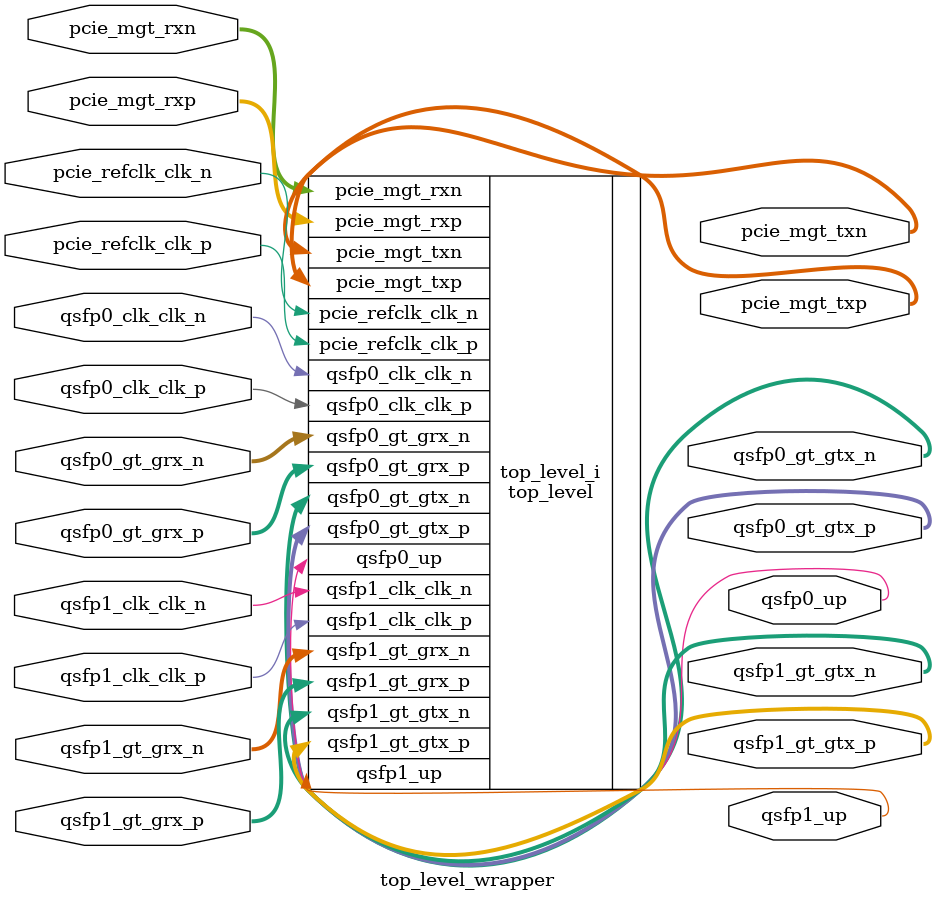
<source format=v>
`timescale 1 ps / 1 ps

module top_level_wrapper
   (pcie_mgt_rxn,
    pcie_mgt_rxp,
    pcie_mgt_txn,
    pcie_mgt_txp,
    pcie_refclk_clk_n,
    pcie_refclk_clk_p,
    qsfp0_clk_clk_n,
    qsfp0_clk_clk_p,
    qsfp0_gt_grx_n,
    qsfp0_gt_grx_p,
    qsfp0_gt_gtx_n,
    qsfp0_gt_gtx_p,
    qsfp0_up,
    qsfp1_clk_clk_n,
    qsfp1_clk_clk_p,
    qsfp1_gt_grx_n,
    qsfp1_gt_grx_p,
    qsfp1_gt_gtx_n,
    qsfp1_gt_gtx_p,
    qsfp1_up);
  input [15:0]pcie_mgt_rxn;
  input [15:0]pcie_mgt_rxp;
  output [15:0]pcie_mgt_txn;
  output [15:0]pcie_mgt_txp;
  input [0:0]pcie_refclk_clk_n;
  input [0:0]pcie_refclk_clk_p;
  input qsfp0_clk_clk_n;
  input qsfp0_clk_clk_p;
  input [3:0]qsfp0_gt_grx_n;
  input [3:0]qsfp0_gt_grx_p;
  output [3:0]qsfp0_gt_gtx_n;
  output [3:0]qsfp0_gt_gtx_p;
  output qsfp0_up;
  input qsfp1_clk_clk_n;
  input qsfp1_clk_clk_p;
  input [3:0]qsfp1_gt_grx_n;
  input [3:0]qsfp1_gt_grx_p;
  output [3:0]qsfp1_gt_gtx_n;
  output [3:0]qsfp1_gt_gtx_p;
  output qsfp1_up;

  wire [15:0]pcie_mgt_rxn;
  wire [15:0]pcie_mgt_rxp;
  wire [15:0]pcie_mgt_txn;
  wire [15:0]pcie_mgt_txp;
  wire [0:0]pcie_refclk_clk_n;
  wire [0:0]pcie_refclk_clk_p;
  wire qsfp0_clk_clk_n;
  wire qsfp0_clk_clk_p;
  wire [3:0]qsfp0_gt_grx_n;
  wire [3:0]qsfp0_gt_grx_p;
  wire [3:0]qsfp0_gt_gtx_n;
  wire [3:0]qsfp0_gt_gtx_p;
  wire qsfp0_up;
  wire qsfp1_clk_clk_n;
  wire qsfp1_clk_clk_p;
  wire [3:0]qsfp1_gt_grx_n;
  wire [3:0]qsfp1_gt_grx_p;
  wire [3:0]qsfp1_gt_gtx_n;
  wire [3:0]qsfp1_gt_gtx_p;
  wire qsfp1_up;

  top_level top_level_i
       (.pcie_mgt_rxn(pcie_mgt_rxn),
        .pcie_mgt_rxp(pcie_mgt_rxp),
        .pcie_mgt_txn(pcie_mgt_txn),
        .pcie_mgt_txp(pcie_mgt_txp),
        .pcie_refclk_clk_n(pcie_refclk_clk_n),
        .pcie_refclk_clk_p(pcie_refclk_clk_p),
        .qsfp0_clk_clk_n(qsfp0_clk_clk_n),
        .qsfp0_clk_clk_p(qsfp0_clk_clk_p),
        .qsfp0_gt_grx_n(qsfp0_gt_grx_n),
        .qsfp0_gt_grx_p(qsfp0_gt_grx_p),
        .qsfp0_gt_gtx_n(qsfp0_gt_gtx_n),
        .qsfp0_gt_gtx_p(qsfp0_gt_gtx_p),
        .qsfp0_up(qsfp0_up),
        .qsfp1_clk_clk_n(qsfp1_clk_clk_n),
        .qsfp1_clk_clk_p(qsfp1_clk_clk_p),
        .qsfp1_gt_grx_n(qsfp1_gt_grx_n),
        .qsfp1_gt_grx_p(qsfp1_gt_grx_p),
        .qsfp1_gt_gtx_n(qsfp1_gt_gtx_n),
        .qsfp1_gt_gtx_p(qsfp1_gt_gtx_p),
        .qsfp1_up(qsfp1_up));
endmodule

</source>
